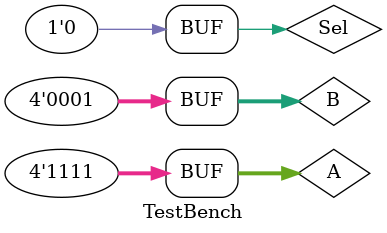
<source format=v>
`timescale 1ns / 1ps


module TestBench();
    reg [3:0] A; 
    reg [3:0] B;
    reg Sel;
    wire [6:0] display;
    
    Assignment_4 outs(.A(A),.B(B),.display(display),.Sel(Sel));
    initial
        begin
              A=4'b0000; B=4'b0000; Sel=1'b0; // Sum = 1 Carry out is 0
            #10;
              A=4'b0001; B=4'b0001; Sel=1'b1; // sum = 2
            #10;
              A=4'b0001; B=4'b0010; Sel=1'b0; // Carry out is 0
            #10;
              A=4'b0001; B=4'b0011; Sel=1'b1; // sum = 4
            #10;
              A=4'b0011; B=4'b0010; Sel=1'b1; // sum = 5 
            #10;
              A=4'b0011; B=4'b0011; Sel=1'b1; //sum = 6
            #10;
              A=4'b0100; B=4'b0011; Sel=1'b1; //sum = 7
            #10;
              A=4'b0011; B=4'b0101; Sel=1'b1;//sum = 8
            #10;
              A=4'b1000; B=4'b0001; Sel=1'b1; //sum = 9
            #10;
              A=4'b1111; B=4'b0001; Sel=1'b0; //Carry Out is 1
        end    
endmodule


</source>
